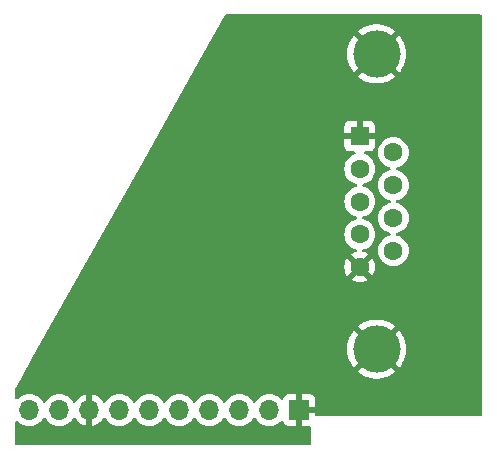
<source format=gbl>
%TF.GenerationSoftware,KiCad,Pcbnew,8.0.3*%
%TF.CreationDate,2024-07-09T19:30:08+02:00*%
%TF.ProjectId,UART-TTL-Flipper_Zero,55415254-2d54-4544-9c2d-466c69707065,rev?*%
%TF.SameCoordinates,Original*%
%TF.FileFunction,Copper,L2,Bot*%
%TF.FilePolarity,Positive*%
%FSLAX46Y46*%
G04 Gerber Fmt 4.6, Leading zero omitted, Abs format (unit mm)*
G04 Created by KiCad (PCBNEW 8.0.3) date 2024-07-09 19:30:08*
%MOMM*%
%LPD*%
G01*
G04 APERTURE LIST*
%TA.AperFunction,ComponentPad*%
%ADD10R,1.700000X1.700000*%
%TD*%
%TA.AperFunction,ComponentPad*%
%ADD11O,1.700000X1.700000*%
%TD*%
%TA.AperFunction,ComponentPad*%
%ADD12C,1.600000*%
%TD*%
%TA.AperFunction,ComponentPad*%
%ADD13R,1.600000X1.600000*%
%TD*%
%TA.AperFunction,ComponentPad*%
%ADD14C,4.000000*%
%TD*%
%TA.AperFunction,ViaPad*%
%ADD15C,0.600000*%
%TD*%
G04 APERTURE END LIST*
D10*
%TO.P,J1,1,Pin_1*%
%TO.N,GND*%
X86540000Y-94500000D03*
D11*
%TO.P,J1,2,Pin_2*%
%TO.N,unconnected-(J1-Pin_2-Pad2)*%
X84000000Y-94500000D03*
%TO.P,J1,3,Pin_3*%
%TO.N,unconnected-(J1-Pin_3-Pad3)*%
X81460000Y-94500000D03*
%TO.P,J1,4,Pin_4*%
%TO.N,unconnected-(J1-Pin_4-Pad4)*%
X78920000Y-94500000D03*
%TO.P,J1,5,Pin_5*%
%TO.N,Net-(J1-Pin_5)*%
X76380000Y-94500000D03*
%TO.P,J1,6,Pin_6*%
%TO.N,Net-(J1-Pin_6)*%
X73840000Y-94500000D03*
%TO.P,J1,7,Pin_7*%
%TO.N,unconnected-(J1-Pin_7-Pad7)*%
X71300000Y-94500000D03*
%TO.P,J1,8,Pin_8*%
%TO.N,GND*%
X68760000Y-94500000D03*
%TO.P,J1,9,Pin_9*%
%TO.N,unconnected-(J1-Pin_9-Pad9)*%
X66220000Y-94500000D03*
%TO.P,J1,10,Pin_10*%
%TO.N,+3.3V*%
X63680000Y-94500000D03*
%TD*%
D12*
%TO.P,J2,9,9*%
%TO.N,unconnected-(J2-Pad9)*%
X94500000Y-81000000D03*
%TO.P,J2,8,8*%
%TO.N,unconnected-(J2-Pad8)*%
X94500000Y-78230000D03*
%TO.P,J2,7,7*%
%TO.N,unconnected-(J2-Pad7)*%
X94500000Y-75460000D03*
%TO.P,J2,6,6*%
%TO.N,unconnected-(J2-Pad6)*%
X94500000Y-72690000D03*
%TO.P,J2,5,5*%
%TO.N,GND*%
X91660000Y-82385000D03*
%TO.P,J2,4,4*%
%TO.N,unconnected-(J2-Pad4)*%
X91660000Y-79615000D03*
%TO.P,J2,3,3*%
%TO.N,Net-(U1-T2OUT)*%
X91660000Y-76845000D03*
%TO.P,J2,2,2*%
%TO.N,Net-(U1-R2IN)*%
X91660000Y-74075000D03*
D13*
%TO.P,J2,1,1*%
%TO.N,GND*%
X91660000Y-71305000D03*
D14*
%TO.P,J2,0,PAD*%
X93080000Y-64345000D03*
X93080000Y-89345000D03*
%TD*%
D15*
%TO.N,GND*%
X85500000Y-85500000D03*
X73500000Y-77000000D03*
X73500000Y-82000000D03*
X87000000Y-77000000D03*
%TD*%
%TA.AperFunction,Conductor*%
%TO.N,GND*%
G36*
X86790000Y-95850000D02*
G01*
X87375500Y-95850000D01*
X87442539Y-95869685D01*
X87488294Y-95922489D01*
X87499500Y-95974000D01*
X87499500Y-97375500D01*
X87479815Y-97442539D01*
X87427011Y-97488294D01*
X87375500Y-97499500D01*
X62624500Y-97499500D01*
X62557461Y-97479815D01*
X62511706Y-97427011D01*
X62500500Y-97375500D01*
X62500500Y-95529758D01*
X62520185Y-95462719D01*
X62572989Y-95416964D01*
X62642147Y-95407020D01*
X62705703Y-95436045D01*
X62712181Y-95442077D01*
X62808599Y-95538495D01*
X62847726Y-95565892D01*
X63002165Y-95674032D01*
X63002167Y-95674033D01*
X63002170Y-95674035D01*
X63216337Y-95773903D01*
X63444592Y-95835063D01*
X63615319Y-95850000D01*
X63679999Y-95855659D01*
X63680000Y-95855659D01*
X63680001Y-95855659D01*
X63744681Y-95850000D01*
X63915408Y-95835063D01*
X64143663Y-95773903D01*
X64357830Y-95674035D01*
X64551401Y-95538495D01*
X64718495Y-95371401D01*
X64848425Y-95185842D01*
X64903002Y-95142217D01*
X64972500Y-95135023D01*
X65034855Y-95166546D01*
X65051575Y-95185842D01*
X65181281Y-95371082D01*
X65181505Y-95371401D01*
X65348599Y-95538495D01*
X65387726Y-95565892D01*
X65542165Y-95674032D01*
X65542167Y-95674033D01*
X65542170Y-95674035D01*
X65756337Y-95773903D01*
X65984592Y-95835063D01*
X66155319Y-95850000D01*
X66219999Y-95855659D01*
X66220000Y-95855659D01*
X66220001Y-95855659D01*
X66284681Y-95850000D01*
X66455408Y-95835063D01*
X66683663Y-95773903D01*
X66897830Y-95674035D01*
X67091401Y-95538495D01*
X67258495Y-95371401D01*
X67388730Y-95185405D01*
X67443307Y-95141781D01*
X67512805Y-95134587D01*
X67575160Y-95166110D01*
X67591879Y-95185405D01*
X67721890Y-95371078D01*
X67888917Y-95538105D01*
X68082421Y-95673600D01*
X68296507Y-95773429D01*
X68296516Y-95773433D01*
X68510000Y-95830634D01*
X68510000Y-94933012D01*
X68567007Y-94965925D01*
X68694174Y-95000000D01*
X68825826Y-95000000D01*
X68952993Y-94965925D01*
X69010000Y-94933012D01*
X69010000Y-95830633D01*
X69223483Y-95773433D01*
X69223492Y-95773429D01*
X69437578Y-95673600D01*
X69631082Y-95538105D01*
X69798105Y-95371082D01*
X69928119Y-95185405D01*
X69982696Y-95141781D01*
X70052195Y-95134588D01*
X70114549Y-95166110D01*
X70131269Y-95185405D01*
X70261505Y-95371401D01*
X70428599Y-95538495D01*
X70467726Y-95565892D01*
X70622165Y-95674032D01*
X70622167Y-95674033D01*
X70622170Y-95674035D01*
X70836337Y-95773903D01*
X71064592Y-95835063D01*
X71235319Y-95850000D01*
X71299999Y-95855659D01*
X71300000Y-95855659D01*
X71300001Y-95855659D01*
X71364681Y-95850000D01*
X71535408Y-95835063D01*
X71763663Y-95773903D01*
X71977830Y-95674035D01*
X72171401Y-95538495D01*
X72338495Y-95371401D01*
X72468425Y-95185842D01*
X72523002Y-95142217D01*
X72592500Y-95135023D01*
X72654855Y-95166546D01*
X72671575Y-95185842D01*
X72801281Y-95371082D01*
X72801505Y-95371401D01*
X72968599Y-95538495D01*
X73007726Y-95565892D01*
X73162165Y-95674032D01*
X73162167Y-95674033D01*
X73162170Y-95674035D01*
X73376337Y-95773903D01*
X73604592Y-95835063D01*
X73775319Y-95850000D01*
X73839999Y-95855659D01*
X73840000Y-95855659D01*
X73840001Y-95855659D01*
X73904681Y-95850000D01*
X74075408Y-95835063D01*
X74303663Y-95773903D01*
X74517830Y-95674035D01*
X74711401Y-95538495D01*
X74878495Y-95371401D01*
X75008425Y-95185842D01*
X75063002Y-95142217D01*
X75132500Y-95135023D01*
X75194855Y-95166546D01*
X75211575Y-95185842D01*
X75341281Y-95371082D01*
X75341505Y-95371401D01*
X75508599Y-95538495D01*
X75547726Y-95565892D01*
X75702165Y-95674032D01*
X75702167Y-95674033D01*
X75702170Y-95674035D01*
X75916337Y-95773903D01*
X76144592Y-95835063D01*
X76315319Y-95850000D01*
X76379999Y-95855659D01*
X76380000Y-95855659D01*
X76380001Y-95855659D01*
X76444681Y-95850000D01*
X76615408Y-95835063D01*
X76843663Y-95773903D01*
X77057830Y-95674035D01*
X77251401Y-95538495D01*
X77418495Y-95371401D01*
X77548425Y-95185842D01*
X77603002Y-95142217D01*
X77672500Y-95135023D01*
X77734855Y-95166546D01*
X77751575Y-95185842D01*
X77881281Y-95371082D01*
X77881505Y-95371401D01*
X78048599Y-95538495D01*
X78087726Y-95565892D01*
X78242165Y-95674032D01*
X78242167Y-95674033D01*
X78242170Y-95674035D01*
X78456337Y-95773903D01*
X78684592Y-95835063D01*
X78855319Y-95850000D01*
X78919999Y-95855659D01*
X78920000Y-95855659D01*
X78920001Y-95855659D01*
X78984681Y-95850000D01*
X79155408Y-95835063D01*
X79383663Y-95773903D01*
X79597830Y-95674035D01*
X79791401Y-95538495D01*
X79958495Y-95371401D01*
X80088425Y-95185842D01*
X80143002Y-95142217D01*
X80212500Y-95135023D01*
X80274855Y-95166546D01*
X80291575Y-95185842D01*
X80421281Y-95371082D01*
X80421505Y-95371401D01*
X80588599Y-95538495D01*
X80627726Y-95565892D01*
X80782165Y-95674032D01*
X80782167Y-95674033D01*
X80782170Y-95674035D01*
X80996337Y-95773903D01*
X81224592Y-95835063D01*
X81395319Y-95850000D01*
X81459999Y-95855659D01*
X81460000Y-95855659D01*
X81460001Y-95855659D01*
X81524681Y-95850000D01*
X81695408Y-95835063D01*
X81923663Y-95773903D01*
X82137830Y-95674035D01*
X82331401Y-95538495D01*
X82498495Y-95371401D01*
X82628425Y-95185842D01*
X82683002Y-95142217D01*
X82752500Y-95135023D01*
X82814855Y-95166546D01*
X82831575Y-95185842D01*
X82961281Y-95371082D01*
X82961505Y-95371401D01*
X83128599Y-95538495D01*
X83167726Y-95565892D01*
X83322165Y-95674032D01*
X83322167Y-95674033D01*
X83322170Y-95674035D01*
X83536337Y-95773903D01*
X83764592Y-95835063D01*
X83935319Y-95850000D01*
X83999999Y-95855659D01*
X84000000Y-95855659D01*
X84000001Y-95855659D01*
X84064681Y-95850000D01*
X84235408Y-95835063D01*
X84463663Y-95773903D01*
X84677830Y-95674035D01*
X84871401Y-95538495D01*
X84993717Y-95416178D01*
X85055036Y-95382696D01*
X85124728Y-95387680D01*
X85180662Y-95429551D01*
X85197577Y-95460528D01*
X85246646Y-95592088D01*
X85246649Y-95592093D01*
X85332809Y-95707187D01*
X85332812Y-95707190D01*
X85447906Y-95793350D01*
X85447913Y-95793354D01*
X85582620Y-95843596D01*
X85582627Y-95843598D01*
X85642155Y-95849999D01*
X85642172Y-95850000D01*
X86290000Y-95850000D01*
X86290000Y-94933012D01*
X86347007Y-94965925D01*
X86474174Y-95000000D01*
X86605826Y-95000000D01*
X86732993Y-94965925D01*
X86790000Y-94933012D01*
X86790000Y-95850000D01*
G37*
%TD.AperFunction*%
%TA.AperFunction,Conductor*%
G36*
X101942539Y-61020185D02*
G01*
X101988294Y-61072989D01*
X101999500Y-61124500D01*
X101999500Y-94875500D01*
X101979815Y-94942539D01*
X101927011Y-94988294D01*
X101875500Y-94999500D01*
X88014000Y-94999500D01*
X87946961Y-94979815D01*
X87901206Y-94927011D01*
X87890000Y-94875500D01*
X87890000Y-94750000D01*
X86973012Y-94750000D01*
X87005925Y-94692993D01*
X87040000Y-94565826D01*
X87040000Y-94434174D01*
X87005925Y-94307007D01*
X86973012Y-94250000D01*
X87890000Y-94250000D01*
X87890000Y-93602172D01*
X87889999Y-93602155D01*
X87883598Y-93542627D01*
X87883596Y-93542620D01*
X87833354Y-93407913D01*
X87833350Y-93407906D01*
X87747190Y-93292812D01*
X87747187Y-93292809D01*
X87632093Y-93206649D01*
X87632086Y-93206645D01*
X87497379Y-93156403D01*
X87497372Y-93156401D01*
X87437844Y-93150000D01*
X86790000Y-93150000D01*
X86790000Y-94066988D01*
X86732993Y-94034075D01*
X86605826Y-94000000D01*
X86474174Y-94000000D01*
X86347007Y-94034075D01*
X86290000Y-94066988D01*
X86290000Y-93150000D01*
X85642155Y-93150000D01*
X85582627Y-93156401D01*
X85582620Y-93156403D01*
X85447913Y-93206645D01*
X85447906Y-93206649D01*
X85332812Y-93292809D01*
X85332809Y-93292812D01*
X85246649Y-93407906D01*
X85246645Y-93407913D01*
X85197578Y-93539470D01*
X85155707Y-93595404D01*
X85090242Y-93619821D01*
X85021969Y-93604969D01*
X84993715Y-93583819D01*
X84949366Y-93539470D01*
X84871401Y-93461505D01*
X84871397Y-93461502D01*
X84871396Y-93461501D01*
X84677834Y-93325967D01*
X84677830Y-93325965D01*
X84606727Y-93292809D01*
X84463663Y-93226097D01*
X84463659Y-93226096D01*
X84463655Y-93226094D01*
X84235413Y-93164938D01*
X84235403Y-93164936D01*
X84000001Y-93144341D01*
X83999999Y-93144341D01*
X83764596Y-93164936D01*
X83764586Y-93164938D01*
X83536344Y-93226094D01*
X83536335Y-93226098D01*
X83322171Y-93325964D01*
X83322169Y-93325965D01*
X83128597Y-93461505D01*
X82961505Y-93628597D01*
X82831575Y-93814158D01*
X82776998Y-93857783D01*
X82707500Y-93864977D01*
X82645145Y-93833454D01*
X82628425Y-93814158D01*
X82498494Y-93628597D01*
X82331402Y-93461506D01*
X82331395Y-93461501D01*
X82137834Y-93325967D01*
X82137830Y-93325965D01*
X82066727Y-93292809D01*
X81923663Y-93226097D01*
X81923659Y-93226096D01*
X81923655Y-93226094D01*
X81695413Y-93164938D01*
X81695403Y-93164936D01*
X81460001Y-93144341D01*
X81459999Y-93144341D01*
X81224596Y-93164936D01*
X81224586Y-93164938D01*
X80996344Y-93226094D01*
X80996335Y-93226098D01*
X80782171Y-93325964D01*
X80782169Y-93325965D01*
X80588597Y-93461505D01*
X80421505Y-93628597D01*
X80291575Y-93814158D01*
X80236998Y-93857783D01*
X80167500Y-93864977D01*
X80105145Y-93833454D01*
X80088425Y-93814158D01*
X79958494Y-93628597D01*
X79791402Y-93461506D01*
X79791395Y-93461501D01*
X79597834Y-93325967D01*
X79597830Y-93325965D01*
X79526727Y-93292809D01*
X79383663Y-93226097D01*
X79383659Y-93226096D01*
X79383655Y-93226094D01*
X79155413Y-93164938D01*
X79155403Y-93164936D01*
X78920001Y-93144341D01*
X78919999Y-93144341D01*
X78684596Y-93164936D01*
X78684586Y-93164938D01*
X78456344Y-93226094D01*
X78456335Y-93226098D01*
X78242171Y-93325964D01*
X78242169Y-93325965D01*
X78048597Y-93461505D01*
X77881505Y-93628597D01*
X77751575Y-93814158D01*
X77696998Y-93857783D01*
X77627500Y-93864977D01*
X77565145Y-93833454D01*
X77548425Y-93814158D01*
X77418494Y-93628597D01*
X77251402Y-93461506D01*
X77251395Y-93461501D01*
X77057834Y-93325967D01*
X77057830Y-93325965D01*
X76986727Y-93292809D01*
X76843663Y-93226097D01*
X76843659Y-93226096D01*
X76843655Y-93226094D01*
X76615413Y-93164938D01*
X76615403Y-93164936D01*
X76380001Y-93144341D01*
X76379999Y-93144341D01*
X76144596Y-93164936D01*
X76144586Y-93164938D01*
X75916344Y-93226094D01*
X75916335Y-93226098D01*
X75702171Y-93325964D01*
X75702169Y-93325965D01*
X75508597Y-93461505D01*
X75341505Y-93628597D01*
X75211575Y-93814158D01*
X75156998Y-93857783D01*
X75087500Y-93864977D01*
X75025145Y-93833454D01*
X75008425Y-93814158D01*
X74878494Y-93628597D01*
X74711402Y-93461506D01*
X74711395Y-93461501D01*
X74517834Y-93325967D01*
X74517830Y-93325965D01*
X74446727Y-93292809D01*
X74303663Y-93226097D01*
X74303659Y-93226096D01*
X74303655Y-93226094D01*
X74075413Y-93164938D01*
X74075403Y-93164936D01*
X73840001Y-93144341D01*
X73839999Y-93144341D01*
X73604596Y-93164936D01*
X73604586Y-93164938D01*
X73376344Y-93226094D01*
X73376335Y-93226098D01*
X73162171Y-93325964D01*
X73162169Y-93325965D01*
X72968597Y-93461505D01*
X72801505Y-93628597D01*
X72671575Y-93814158D01*
X72616998Y-93857783D01*
X72547500Y-93864977D01*
X72485145Y-93833454D01*
X72468425Y-93814158D01*
X72338494Y-93628597D01*
X72171402Y-93461506D01*
X72171395Y-93461501D01*
X71977834Y-93325967D01*
X71977830Y-93325965D01*
X71906727Y-93292809D01*
X71763663Y-93226097D01*
X71763659Y-93226096D01*
X71763655Y-93226094D01*
X71535413Y-93164938D01*
X71535403Y-93164936D01*
X71300001Y-93144341D01*
X71299999Y-93144341D01*
X71064596Y-93164936D01*
X71064586Y-93164938D01*
X70836344Y-93226094D01*
X70836335Y-93226098D01*
X70622171Y-93325964D01*
X70622169Y-93325965D01*
X70428597Y-93461505D01*
X70261508Y-93628594D01*
X70131269Y-93814595D01*
X70076692Y-93858219D01*
X70007193Y-93865412D01*
X69944839Y-93833890D01*
X69928119Y-93814594D01*
X69798113Y-93628926D01*
X69798108Y-93628920D01*
X69631082Y-93461894D01*
X69437578Y-93326399D01*
X69223492Y-93226570D01*
X69223486Y-93226567D01*
X69010000Y-93169364D01*
X69010000Y-94066988D01*
X68952993Y-94034075D01*
X68825826Y-94000000D01*
X68694174Y-94000000D01*
X68567007Y-94034075D01*
X68510000Y-94066988D01*
X68510000Y-93169364D01*
X68509999Y-93169364D01*
X68296513Y-93226567D01*
X68296507Y-93226570D01*
X68082422Y-93326399D01*
X68082420Y-93326400D01*
X67888926Y-93461886D01*
X67888920Y-93461891D01*
X67721891Y-93628920D01*
X67721890Y-93628922D01*
X67591880Y-93814595D01*
X67537303Y-93858219D01*
X67467804Y-93865412D01*
X67405450Y-93833890D01*
X67388730Y-93814594D01*
X67258494Y-93628597D01*
X67091402Y-93461506D01*
X67091395Y-93461501D01*
X66897834Y-93325967D01*
X66897830Y-93325965D01*
X66826727Y-93292809D01*
X66683663Y-93226097D01*
X66683659Y-93226096D01*
X66683655Y-93226094D01*
X66455413Y-93164938D01*
X66455403Y-93164936D01*
X66220001Y-93144341D01*
X66219999Y-93144341D01*
X65984596Y-93164936D01*
X65984586Y-93164938D01*
X65756344Y-93226094D01*
X65756335Y-93226098D01*
X65542171Y-93325964D01*
X65542169Y-93325965D01*
X65348597Y-93461505D01*
X65181505Y-93628597D01*
X65051575Y-93814158D01*
X64996998Y-93857783D01*
X64927500Y-93864977D01*
X64865145Y-93833454D01*
X64848425Y-93814158D01*
X64718494Y-93628597D01*
X64551402Y-93461506D01*
X64551395Y-93461501D01*
X64357834Y-93325967D01*
X64357830Y-93325965D01*
X64286727Y-93292809D01*
X64143663Y-93226097D01*
X64143659Y-93226096D01*
X64143655Y-93226094D01*
X63915413Y-93164938D01*
X63915403Y-93164936D01*
X63680001Y-93144341D01*
X63679999Y-93144341D01*
X63444596Y-93164936D01*
X63444586Y-93164938D01*
X63216344Y-93226094D01*
X63216335Y-93226098D01*
X63002171Y-93325964D01*
X63002169Y-93325965D01*
X62808597Y-93461505D01*
X62712181Y-93557922D01*
X62650858Y-93591407D01*
X62581166Y-93586423D01*
X62525233Y-93544551D01*
X62500816Y-93479087D01*
X62500500Y-93470241D01*
X62500500Y-92663586D01*
X62516424Y-92602795D01*
X64348937Y-89344994D01*
X90575057Y-89344994D01*
X90575057Y-89345005D01*
X90594807Y-89658942D01*
X90594808Y-89658949D01*
X90653755Y-89967958D01*
X90750963Y-90267132D01*
X90750965Y-90267137D01*
X90884900Y-90551761D01*
X90884903Y-90551767D01*
X91053457Y-90817367D01*
X91053460Y-90817371D01*
X91144286Y-90927160D01*
X91785748Y-90285698D01*
X91859588Y-90387330D01*
X92037670Y-90565412D01*
X92139300Y-90639250D01*
X91494971Y-91283579D01*
X91494972Y-91283581D01*
X91737772Y-91459985D01*
X91737790Y-91459996D01*
X92013447Y-91611540D01*
X92013455Y-91611544D01*
X92305926Y-91727340D01*
X92610620Y-91805573D01*
X92610629Y-91805575D01*
X92922701Y-91844999D01*
X92922715Y-91845000D01*
X93237285Y-91845000D01*
X93237298Y-91844999D01*
X93549370Y-91805575D01*
X93549379Y-91805573D01*
X93854073Y-91727340D01*
X94146544Y-91611544D01*
X94146552Y-91611540D01*
X94422209Y-91459996D01*
X94422219Y-91459990D01*
X94665026Y-91283579D01*
X94665027Y-91283579D01*
X94020698Y-90639251D01*
X94122330Y-90565412D01*
X94300412Y-90387330D01*
X94374251Y-90285699D01*
X95015712Y-90927160D01*
X95106544Y-90817364D01*
X95275096Y-90551767D01*
X95275099Y-90551761D01*
X95409034Y-90267137D01*
X95409036Y-90267132D01*
X95506244Y-89967958D01*
X95565191Y-89658949D01*
X95565192Y-89658942D01*
X95584943Y-89345005D01*
X95584943Y-89344994D01*
X95565192Y-89031057D01*
X95565191Y-89031050D01*
X95506244Y-88722041D01*
X95409036Y-88422867D01*
X95409034Y-88422862D01*
X95275099Y-88138238D01*
X95275096Y-88138232D01*
X95106542Y-87872632D01*
X95106539Y-87872628D01*
X95015712Y-87762838D01*
X94374250Y-88404300D01*
X94300412Y-88302670D01*
X94122330Y-88124588D01*
X94020698Y-88050748D01*
X94665027Y-87406419D01*
X94665026Y-87406417D01*
X94422227Y-87230014D01*
X94422209Y-87230003D01*
X94146552Y-87078459D01*
X94146544Y-87078455D01*
X93854073Y-86962659D01*
X93549379Y-86884426D01*
X93549370Y-86884424D01*
X93237298Y-86845000D01*
X92922701Y-86845000D01*
X92610629Y-86884424D01*
X92610620Y-86884426D01*
X92305926Y-86962659D01*
X92013455Y-87078455D01*
X92013447Y-87078459D01*
X91737787Y-87230004D01*
X91737782Y-87230007D01*
X91494972Y-87406418D01*
X91494971Y-87406419D01*
X92139301Y-88050748D01*
X92037670Y-88124588D01*
X91859588Y-88302670D01*
X91785748Y-88404300D01*
X91144286Y-87762838D01*
X91144285Y-87762838D01*
X91053459Y-87872629D01*
X91053457Y-87872632D01*
X90884903Y-88138232D01*
X90884900Y-88138238D01*
X90750965Y-88422862D01*
X90750963Y-88422867D01*
X90653755Y-88722041D01*
X90594808Y-89031050D01*
X90594807Y-89031057D01*
X90575057Y-89344994D01*
X64348937Y-89344994D01*
X72938310Y-74074998D01*
X90354532Y-74074998D01*
X90354532Y-74075001D01*
X90374364Y-74301686D01*
X90374366Y-74301697D01*
X90433258Y-74521488D01*
X90433261Y-74521497D01*
X90529431Y-74727732D01*
X90529432Y-74727734D01*
X90659954Y-74914141D01*
X90820858Y-75075045D01*
X90820861Y-75075047D01*
X91007266Y-75205568D01*
X91213504Y-75301739D01*
X91213509Y-75301740D01*
X91213511Y-75301741D01*
X91357136Y-75340225D01*
X91416797Y-75376590D01*
X91447326Y-75439437D01*
X91439031Y-75508812D01*
X91394546Y-75562690D01*
X91357136Y-75579775D01*
X91213511Y-75618258D01*
X91213502Y-75618261D01*
X91007267Y-75714431D01*
X91007265Y-75714432D01*
X90820858Y-75844954D01*
X90659954Y-76005858D01*
X90529432Y-76192265D01*
X90529431Y-76192267D01*
X90433261Y-76398502D01*
X90433258Y-76398511D01*
X90374366Y-76618302D01*
X90374364Y-76618313D01*
X90354532Y-76844998D01*
X90354532Y-76845001D01*
X90374364Y-77071686D01*
X90374366Y-77071697D01*
X90433258Y-77291488D01*
X90433261Y-77291497D01*
X90529431Y-77497732D01*
X90529432Y-77497734D01*
X90659954Y-77684141D01*
X90820858Y-77845045D01*
X90820861Y-77845047D01*
X91007266Y-77975568D01*
X91213504Y-78071739D01*
X91213509Y-78071740D01*
X91213511Y-78071741D01*
X91357136Y-78110225D01*
X91416797Y-78146590D01*
X91447326Y-78209437D01*
X91439031Y-78278812D01*
X91394546Y-78332690D01*
X91357136Y-78349775D01*
X91213511Y-78388258D01*
X91213502Y-78388261D01*
X91007267Y-78484431D01*
X91007265Y-78484432D01*
X90820858Y-78614954D01*
X90659954Y-78775858D01*
X90529432Y-78962265D01*
X90529431Y-78962267D01*
X90433261Y-79168502D01*
X90433258Y-79168511D01*
X90374366Y-79388302D01*
X90374364Y-79388313D01*
X90354532Y-79614998D01*
X90354532Y-79615001D01*
X90374364Y-79841686D01*
X90374366Y-79841697D01*
X90433258Y-80061488D01*
X90433261Y-80061497D01*
X90529431Y-80267732D01*
X90529432Y-80267734D01*
X90659954Y-80454141D01*
X90820858Y-80615045D01*
X90820861Y-80615047D01*
X91007266Y-80745568D01*
X91213504Y-80841739D01*
X91358102Y-80880483D01*
X91417761Y-80916848D01*
X91448291Y-80979694D01*
X91439997Y-81049070D01*
X91395512Y-81102948D01*
X91358102Y-81120033D01*
X91213680Y-81158731D01*
X91213673Y-81158734D01*
X91007516Y-81254866D01*
X91007512Y-81254868D01*
X90934526Y-81305973D01*
X90934526Y-81305974D01*
X91530590Y-81902037D01*
X91467007Y-81919075D01*
X91352993Y-81984901D01*
X91259901Y-82077993D01*
X91194075Y-82192007D01*
X91177037Y-82255589D01*
X90580974Y-81659526D01*
X90580973Y-81659526D01*
X90529868Y-81732512D01*
X90529866Y-81732516D01*
X90433734Y-81938673D01*
X90433730Y-81938682D01*
X90374860Y-82158389D01*
X90374858Y-82158400D01*
X90355034Y-82384997D01*
X90355034Y-82385002D01*
X90374858Y-82611599D01*
X90374860Y-82611610D01*
X90433730Y-82831317D01*
X90433735Y-82831331D01*
X90529863Y-83037478D01*
X90580974Y-83110472D01*
X91177037Y-82514409D01*
X91194075Y-82577993D01*
X91259901Y-82692007D01*
X91352993Y-82785099D01*
X91467007Y-82850925D01*
X91530590Y-82867962D01*
X90934526Y-83464025D01*
X91007513Y-83515132D01*
X91007521Y-83515136D01*
X91213668Y-83611264D01*
X91213682Y-83611269D01*
X91433389Y-83670139D01*
X91433400Y-83670141D01*
X91659998Y-83689966D01*
X91660002Y-83689966D01*
X91886599Y-83670141D01*
X91886610Y-83670139D01*
X92106317Y-83611269D01*
X92106331Y-83611264D01*
X92312478Y-83515136D01*
X92385471Y-83464024D01*
X91789409Y-82867962D01*
X91852993Y-82850925D01*
X91967007Y-82785099D01*
X92060099Y-82692007D01*
X92125925Y-82577993D01*
X92142962Y-82514409D01*
X92739024Y-83110471D01*
X92790136Y-83037478D01*
X92886264Y-82831331D01*
X92886269Y-82831317D01*
X92945139Y-82611610D01*
X92945141Y-82611599D01*
X92964966Y-82385002D01*
X92964966Y-82384997D01*
X92945141Y-82158400D01*
X92945139Y-82158389D01*
X92886269Y-81938682D01*
X92886264Y-81938668D01*
X92790136Y-81732521D01*
X92790132Y-81732513D01*
X92739025Y-81659526D01*
X92142962Y-82255589D01*
X92125925Y-82192007D01*
X92060099Y-82077993D01*
X91967007Y-81984901D01*
X91852993Y-81919075D01*
X91789410Y-81902037D01*
X92385472Y-81305974D01*
X92312478Y-81254863D01*
X92106331Y-81158735D01*
X92106319Y-81158731D01*
X91961897Y-81120033D01*
X91902237Y-81083668D01*
X91871708Y-81020821D01*
X91880003Y-80951445D01*
X91924488Y-80897567D01*
X91961894Y-80880484D01*
X92106496Y-80841739D01*
X92312734Y-80745568D01*
X92499139Y-80615047D01*
X92660047Y-80454139D01*
X92790568Y-80267734D01*
X92886739Y-80061496D01*
X92945635Y-79841692D01*
X92965468Y-79615000D01*
X92961197Y-79566188D01*
X92945635Y-79388313D01*
X92945635Y-79388308D01*
X92886739Y-79168504D01*
X92790568Y-78962266D01*
X92660047Y-78775861D01*
X92660045Y-78775858D01*
X92499141Y-78614954D01*
X92312734Y-78484432D01*
X92312732Y-78484431D01*
X92106497Y-78388261D01*
X92106488Y-78388258D01*
X91983966Y-78355429D01*
X91962862Y-78349774D01*
X91903202Y-78313410D01*
X91872673Y-78250563D01*
X91880968Y-78181188D01*
X91925453Y-78127310D01*
X91962862Y-78110225D01*
X92106496Y-78071739D01*
X92312734Y-77975568D01*
X92499139Y-77845047D01*
X92660047Y-77684139D01*
X92790568Y-77497734D01*
X92886739Y-77291496D01*
X92945635Y-77071692D01*
X92965468Y-76845000D01*
X92961197Y-76796188D01*
X92945635Y-76618313D01*
X92945635Y-76618308D01*
X92886739Y-76398504D01*
X92790568Y-76192266D01*
X92660047Y-76005861D01*
X92660045Y-76005858D01*
X92499141Y-75844954D01*
X92312734Y-75714432D01*
X92312732Y-75714431D01*
X92106497Y-75618261D01*
X92106488Y-75618258D01*
X91983966Y-75585429D01*
X91962862Y-75579774D01*
X91903202Y-75543410D01*
X91872673Y-75480563D01*
X91880968Y-75411188D01*
X91925453Y-75357310D01*
X91962862Y-75340225D01*
X92106496Y-75301739D01*
X92312734Y-75205568D01*
X92499139Y-75075047D01*
X92660047Y-74914139D01*
X92790568Y-74727734D01*
X92886739Y-74521496D01*
X92945635Y-74301692D01*
X92965468Y-74075000D01*
X92961197Y-74026188D01*
X92945635Y-73848313D01*
X92945635Y-73848308D01*
X92886739Y-73628504D01*
X92790568Y-73422266D01*
X92660047Y-73235861D01*
X92660045Y-73235858D01*
X92499141Y-73074954D01*
X92312734Y-72944432D01*
X92312732Y-72944431D01*
X92106497Y-72848261D01*
X92101402Y-72846407D01*
X92101969Y-72844847D01*
X92048753Y-72812408D01*
X92018225Y-72749560D01*
X92025348Y-72689998D01*
X93194532Y-72689998D01*
X93194532Y-72690001D01*
X93214364Y-72916686D01*
X93214366Y-72916697D01*
X93273258Y-73136488D01*
X93273261Y-73136497D01*
X93369431Y-73342732D01*
X93369432Y-73342734D01*
X93499954Y-73529141D01*
X93660858Y-73690045D01*
X93660861Y-73690047D01*
X93847266Y-73820568D01*
X94053504Y-73916739D01*
X94053509Y-73916740D01*
X94053511Y-73916741D01*
X94197136Y-73955225D01*
X94256797Y-73991590D01*
X94287326Y-74054437D01*
X94279031Y-74123812D01*
X94234546Y-74177690D01*
X94197136Y-74194775D01*
X94053511Y-74233258D01*
X94053502Y-74233261D01*
X93847267Y-74329431D01*
X93847265Y-74329432D01*
X93660858Y-74459954D01*
X93499954Y-74620858D01*
X93369432Y-74807265D01*
X93369431Y-74807267D01*
X93273261Y-75013502D01*
X93273258Y-75013511D01*
X93214366Y-75233302D01*
X93214364Y-75233313D01*
X93194532Y-75459998D01*
X93194532Y-75460001D01*
X93214364Y-75686686D01*
X93214366Y-75686697D01*
X93273258Y-75906488D01*
X93273261Y-75906497D01*
X93369431Y-76112732D01*
X93369432Y-76112734D01*
X93499954Y-76299141D01*
X93660858Y-76460045D01*
X93660861Y-76460047D01*
X93847266Y-76590568D01*
X94053504Y-76686739D01*
X94053509Y-76686740D01*
X94053511Y-76686741D01*
X94197136Y-76725225D01*
X94256797Y-76761590D01*
X94287326Y-76824437D01*
X94279031Y-76893812D01*
X94234546Y-76947690D01*
X94197136Y-76964775D01*
X94053511Y-77003258D01*
X94053502Y-77003261D01*
X93847267Y-77099431D01*
X93847265Y-77099432D01*
X93660858Y-77229954D01*
X93499954Y-77390858D01*
X93369432Y-77577265D01*
X93369431Y-77577267D01*
X93273261Y-77783502D01*
X93273258Y-77783511D01*
X93214366Y-78003302D01*
X93214364Y-78003313D01*
X93194532Y-78229998D01*
X93194532Y-78230001D01*
X93214364Y-78456686D01*
X93214366Y-78456697D01*
X93273258Y-78676488D01*
X93273261Y-78676497D01*
X93369431Y-78882732D01*
X93369432Y-78882734D01*
X93499954Y-79069141D01*
X93660858Y-79230045D01*
X93660861Y-79230047D01*
X93847266Y-79360568D01*
X94053504Y-79456739D01*
X94053509Y-79456740D01*
X94053511Y-79456741D01*
X94197136Y-79495225D01*
X94256797Y-79531590D01*
X94287326Y-79594437D01*
X94279031Y-79663812D01*
X94234546Y-79717690D01*
X94197136Y-79734775D01*
X94053511Y-79773258D01*
X94053502Y-79773261D01*
X93847267Y-79869431D01*
X93847265Y-79869432D01*
X93660858Y-79999954D01*
X93499954Y-80160858D01*
X93369432Y-80347265D01*
X93369431Y-80347267D01*
X93273261Y-80553502D01*
X93273258Y-80553511D01*
X93214366Y-80773302D01*
X93214364Y-80773313D01*
X93194532Y-80999998D01*
X93194532Y-81000001D01*
X93214364Y-81226686D01*
X93214366Y-81226697D01*
X93273258Y-81446488D01*
X93273261Y-81446497D01*
X93369431Y-81652732D01*
X93369432Y-81652734D01*
X93499954Y-81839141D01*
X93660858Y-82000045D01*
X93660861Y-82000047D01*
X93847266Y-82130568D01*
X94053504Y-82226739D01*
X94273308Y-82285635D01*
X94435230Y-82299801D01*
X94499998Y-82305468D01*
X94500000Y-82305468D01*
X94500002Y-82305468D01*
X94556673Y-82300509D01*
X94726692Y-82285635D01*
X94946496Y-82226739D01*
X95152734Y-82130568D01*
X95339139Y-82000047D01*
X95500047Y-81839139D01*
X95630568Y-81652734D01*
X95726739Y-81446496D01*
X95785635Y-81226692D01*
X95805468Y-81000000D01*
X95803691Y-80979694D01*
X95796506Y-80897567D01*
X95785635Y-80773308D01*
X95726739Y-80553504D01*
X95630568Y-80347266D01*
X95500047Y-80160861D01*
X95500045Y-80160858D01*
X95339141Y-79999954D01*
X95152734Y-79869432D01*
X95152732Y-79869431D01*
X94946497Y-79773261D01*
X94946488Y-79773258D01*
X94823966Y-79740429D01*
X94802862Y-79734774D01*
X94743202Y-79698410D01*
X94712673Y-79635563D01*
X94720968Y-79566188D01*
X94765453Y-79512310D01*
X94802862Y-79495225D01*
X94946496Y-79456739D01*
X95152734Y-79360568D01*
X95339139Y-79230047D01*
X95500047Y-79069139D01*
X95630568Y-78882734D01*
X95726739Y-78676496D01*
X95785635Y-78456692D01*
X95805468Y-78230000D01*
X95801197Y-78181188D01*
X95785635Y-78003313D01*
X95785635Y-78003308D01*
X95726739Y-77783504D01*
X95630568Y-77577266D01*
X95500047Y-77390861D01*
X95500045Y-77390858D01*
X95339141Y-77229954D01*
X95152734Y-77099432D01*
X95152732Y-77099431D01*
X94946497Y-77003261D01*
X94946488Y-77003258D01*
X94823966Y-76970429D01*
X94802862Y-76964774D01*
X94743202Y-76928410D01*
X94712673Y-76865563D01*
X94720968Y-76796188D01*
X94765453Y-76742310D01*
X94802862Y-76725225D01*
X94946496Y-76686739D01*
X95152734Y-76590568D01*
X95339139Y-76460047D01*
X95500047Y-76299139D01*
X95630568Y-76112734D01*
X95726739Y-75906496D01*
X95785635Y-75686692D01*
X95805468Y-75460000D01*
X95801197Y-75411188D01*
X95785635Y-75233313D01*
X95785635Y-75233308D01*
X95726739Y-75013504D01*
X95630568Y-74807266D01*
X95500047Y-74620861D01*
X95500045Y-74620858D01*
X95339141Y-74459954D01*
X95152734Y-74329432D01*
X95152732Y-74329431D01*
X94946497Y-74233261D01*
X94946488Y-74233258D01*
X94823966Y-74200429D01*
X94802862Y-74194774D01*
X94743202Y-74158410D01*
X94712673Y-74095563D01*
X94720968Y-74026188D01*
X94765453Y-73972310D01*
X94802862Y-73955225D01*
X94946496Y-73916739D01*
X95152734Y-73820568D01*
X95339139Y-73690047D01*
X95500047Y-73529139D01*
X95630568Y-73342734D01*
X95726739Y-73136496D01*
X95785635Y-72916692D01*
X95805468Y-72690000D01*
X95804373Y-72677489D01*
X95799754Y-72624685D01*
X95785635Y-72463308D01*
X95726739Y-72243504D01*
X95630568Y-72037266D01*
X95500047Y-71850861D01*
X95500045Y-71850858D01*
X95339141Y-71689954D01*
X95152734Y-71559432D01*
X95152732Y-71559431D01*
X94946497Y-71463261D01*
X94946488Y-71463258D01*
X94726697Y-71404366D01*
X94726693Y-71404365D01*
X94726692Y-71404365D01*
X94726691Y-71404364D01*
X94726686Y-71404364D01*
X94500002Y-71384532D01*
X94499998Y-71384532D01*
X94273313Y-71404364D01*
X94273302Y-71404366D01*
X94053511Y-71463258D01*
X94053502Y-71463261D01*
X93847267Y-71559431D01*
X93847265Y-71559432D01*
X93660858Y-71689954D01*
X93499954Y-71850858D01*
X93369432Y-72037265D01*
X93369431Y-72037267D01*
X93273261Y-72243502D01*
X93273258Y-72243511D01*
X93214366Y-72463302D01*
X93214364Y-72463313D01*
X93194532Y-72689998D01*
X92025348Y-72689998D01*
X92026522Y-72680185D01*
X92071009Y-72626308D01*
X92137561Y-72605035D01*
X92140509Y-72605000D01*
X92507828Y-72605000D01*
X92507844Y-72604999D01*
X92567372Y-72598598D01*
X92567379Y-72598596D01*
X92702086Y-72548354D01*
X92702093Y-72548350D01*
X92817187Y-72462190D01*
X92817190Y-72462187D01*
X92903350Y-72347093D01*
X92903354Y-72347086D01*
X92953596Y-72212379D01*
X92953598Y-72212372D01*
X92959999Y-72152844D01*
X92960000Y-72152827D01*
X92960000Y-71555000D01*
X92093012Y-71555000D01*
X92125925Y-71497993D01*
X92160000Y-71370826D01*
X92160000Y-71239174D01*
X92125925Y-71112007D01*
X92093012Y-71055000D01*
X92960000Y-71055000D01*
X92960000Y-70457172D01*
X92959999Y-70457155D01*
X92953598Y-70397627D01*
X92953596Y-70397620D01*
X92903354Y-70262913D01*
X92903350Y-70262906D01*
X92817190Y-70147812D01*
X92817187Y-70147809D01*
X92702093Y-70061649D01*
X92702086Y-70061645D01*
X92567379Y-70011403D01*
X92567372Y-70011401D01*
X92507844Y-70005000D01*
X91910000Y-70005000D01*
X91910000Y-70871988D01*
X91852993Y-70839075D01*
X91725826Y-70805000D01*
X91594174Y-70805000D01*
X91467007Y-70839075D01*
X91410000Y-70871988D01*
X91410000Y-70005000D01*
X90812155Y-70005000D01*
X90752627Y-70011401D01*
X90752620Y-70011403D01*
X90617913Y-70061645D01*
X90617906Y-70061649D01*
X90502812Y-70147809D01*
X90502809Y-70147812D01*
X90416649Y-70262906D01*
X90416645Y-70262913D01*
X90366403Y-70397620D01*
X90366401Y-70397627D01*
X90360000Y-70457155D01*
X90360000Y-71055000D01*
X91226988Y-71055000D01*
X91194075Y-71112007D01*
X91160000Y-71239174D01*
X91160000Y-71370826D01*
X91194075Y-71497993D01*
X91226988Y-71555000D01*
X90360000Y-71555000D01*
X90360000Y-72152844D01*
X90366401Y-72212372D01*
X90366403Y-72212379D01*
X90416645Y-72347086D01*
X90416649Y-72347093D01*
X90502809Y-72462187D01*
X90502812Y-72462190D01*
X90617906Y-72548350D01*
X90617913Y-72548354D01*
X90752620Y-72598596D01*
X90752627Y-72598598D01*
X90812155Y-72604999D01*
X90812172Y-72605000D01*
X91179491Y-72605000D01*
X91246530Y-72624685D01*
X91292285Y-72677489D01*
X91302229Y-72746647D01*
X91273204Y-72810203D01*
X91218270Y-72845506D01*
X91218598Y-72846407D01*
X91214610Y-72847858D01*
X91214426Y-72847977D01*
X91213809Y-72848150D01*
X91213502Y-72848261D01*
X91007267Y-72944431D01*
X91007265Y-72944432D01*
X90820858Y-73074954D01*
X90659954Y-73235858D01*
X90529432Y-73422265D01*
X90529431Y-73422267D01*
X90433261Y-73628502D01*
X90433258Y-73628511D01*
X90374366Y-73848302D01*
X90374364Y-73848313D01*
X90354532Y-74074998D01*
X72938310Y-74074998D01*
X78411437Y-64344994D01*
X90575057Y-64344994D01*
X90575057Y-64345005D01*
X90594807Y-64658942D01*
X90594808Y-64658949D01*
X90653755Y-64967958D01*
X90750963Y-65267132D01*
X90750965Y-65267137D01*
X90884900Y-65551761D01*
X90884903Y-65551767D01*
X91053457Y-65817367D01*
X91053460Y-65817371D01*
X91144286Y-65927160D01*
X91785748Y-65285698D01*
X91859588Y-65387330D01*
X92037670Y-65565412D01*
X92139300Y-65639250D01*
X91494971Y-66283579D01*
X91494972Y-66283581D01*
X91737772Y-66459985D01*
X91737790Y-66459996D01*
X92013447Y-66611540D01*
X92013455Y-66611544D01*
X92305926Y-66727340D01*
X92610620Y-66805573D01*
X92610629Y-66805575D01*
X92922701Y-66844999D01*
X92922715Y-66845000D01*
X93237285Y-66845000D01*
X93237298Y-66844999D01*
X93549370Y-66805575D01*
X93549379Y-66805573D01*
X93854073Y-66727340D01*
X94146544Y-66611544D01*
X94146552Y-66611540D01*
X94422209Y-66459996D01*
X94422219Y-66459990D01*
X94665026Y-66283579D01*
X94665027Y-66283579D01*
X94020698Y-65639251D01*
X94122330Y-65565412D01*
X94300412Y-65387330D01*
X94374251Y-65285699D01*
X95015712Y-65927160D01*
X95106544Y-65817364D01*
X95275096Y-65551767D01*
X95275099Y-65551761D01*
X95409034Y-65267137D01*
X95409036Y-65267132D01*
X95506244Y-64967958D01*
X95565191Y-64658949D01*
X95565192Y-64658942D01*
X95584943Y-64345005D01*
X95584943Y-64344994D01*
X95565192Y-64031057D01*
X95565191Y-64031050D01*
X95506244Y-63722041D01*
X95409036Y-63422867D01*
X95409034Y-63422862D01*
X95275099Y-63138238D01*
X95275096Y-63138232D01*
X95106542Y-62872632D01*
X95106539Y-62872628D01*
X95015712Y-62762838D01*
X94374250Y-63404300D01*
X94300412Y-63302670D01*
X94122330Y-63124588D01*
X94020698Y-63050748D01*
X94665027Y-62406419D01*
X94665026Y-62406417D01*
X94422227Y-62230014D01*
X94422209Y-62230003D01*
X94146552Y-62078459D01*
X94146544Y-62078455D01*
X93854073Y-61962659D01*
X93549379Y-61884426D01*
X93549370Y-61884424D01*
X93237298Y-61845000D01*
X92922701Y-61845000D01*
X92610629Y-61884424D01*
X92610620Y-61884426D01*
X92305926Y-61962659D01*
X92013455Y-62078455D01*
X92013447Y-62078459D01*
X91737787Y-62230004D01*
X91737782Y-62230007D01*
X91494972Y-62406418D01*
X91494971Y-62406419D01*
X92139301Y-63050748D01*
X92037670Y-63124588D01*
X91859588Y-63302670D01*
X91785748Y-63404300D01*
X91144286Y-62762838D01*
X91144285Y-62762838D01*
X91053459Y-62872629D01*
X91053457Y-62872632D01*
X90884903Y-63138232D01*
X90884900Y-63138238D01*
X90750965Y-63422862D01*
X90750963Y-63422867D01*
X90653755Y-63722041D01*
X90594808Y-64031050D01*
X90594807Y-64031057D01*
X90575057Y-64344994D01*
X78411437Y-64344994D01*
X80257162Y-61063706D01*
X80307184Y-61014928D01*
X80365236Y-61000500D01*
X101875500Y-61000500D01*
X101942539Y-61020185D01*
G37*
%TD.AperFunction*%
%TD*%
M02*

</source>
